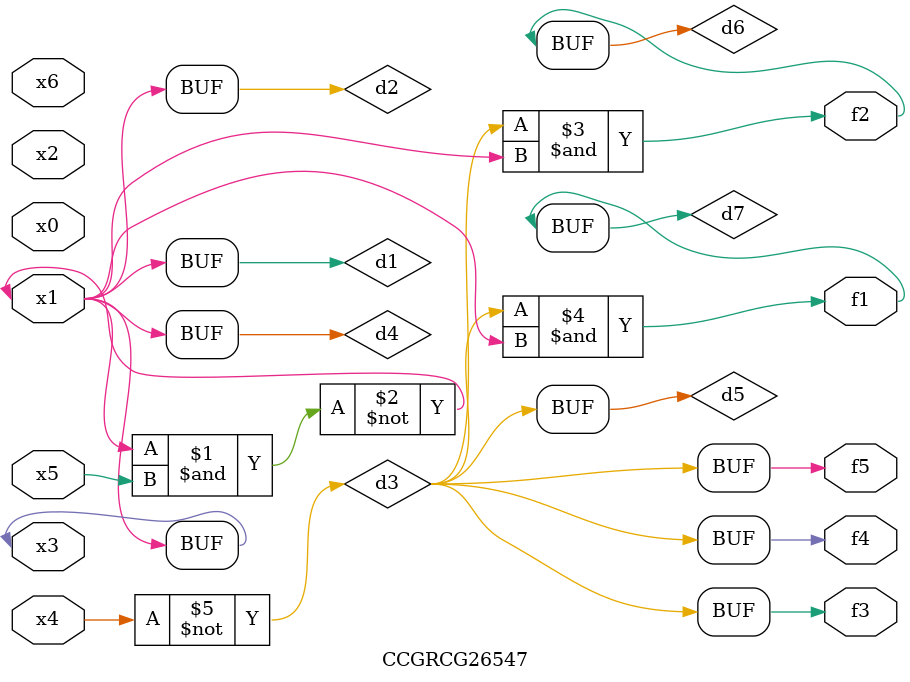
<source format=v>
module CCGRCG26547(
	input x0, x1, x2, x3, x4, x5, x6,
	output f1, f2, f3, f4, f5
);

	wire d1, d2, d3, d4, d5, d6, d7;

	buf (d1, x1, x3);
	nand (d2, x1, x5);
	not (d3, x4);
	buf (d4, d1, d2);
	buf (d5, d3);
	and (d6, d3, d4);
	and (d7, d3, d4);
	assign f1 = d7;
	assign f2 = d6;
	assign f3 = d5;
	assign f4 = d5;
	assign f5 = d5;
endmodule

</source>
